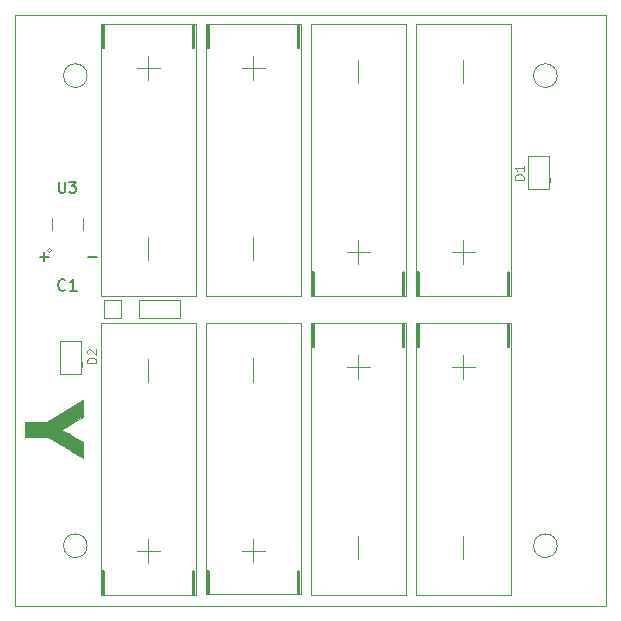
<source format=gbr>
%TF.GenerationSoftware,KiCad,Pcbnew,5.0.2-bee76a0~70~ubuntu18.04.1*%
%TF.CreationDate,2020-02-29T12:44:50-08:00*%
%TF.ProjectId,SolarCell+Y,536f6c61-7243-4656-9c6c-2b592e6b6963,rev?*%
%TF.SameCoordinates,Original*%
%TF.FileFunction,Legend,Top*%
%TF.FilePolarity,Positive*%
%FSLAX46Y46*%
G04 Gerber Fmt 4.6, Leading zero omitted, Abs format (unit mm)*
G04 Created by KiCad (PCBNEW 5.0.2-bee76a0~70~ubuntu18.04.1) date Sat 29 Feb 2020 12:44:50 PM PST*
%MOMM*%
%LPD*%
G01*
G04 APERTURE LIST*
%ADD10C,0.050000*%
%ADD11C,0.150000*%
%ADD12C,0.010000*%
%ADD13C,0.203200*%
%ADD14C,0.120000*%
%ADD15C,0.101600*%
%ADD16C,0.100000*%
%ADD17C,0.127000*%
G04 APERTURE END LIST*
D10*
X160500000Y-65600000D02*
X160500000Y-64100000D01*
X164000000Y-65600000D02*
X160500000Y-65600000D01*
X164000000Y-64100000D02*
X164000000Y-65600000D01*
X160500000Y-64100000D02*
X164000000Y-64100000D01*
X159000000Y-64100000D02*
X157500000Y-64100000D01*
X159000000Y-65650000D02*
X159000000Y-64100000D01*
X157500000Y-65650000D02*
X159000000Y-65650000D01*
X157500000Y-64100000D02*
X157500000Y-65650000D01*
D11*
X156133847Y-60447228D02*
X156895752Y-60447228D01*
X152069847Y-60447228D02*
X152831752Y-60447228D01*
X152450800Y-60828180D02*
X152450800Y-60066276D01*
D10*
X200000000Y-40000000D02*
X150000000Y-40000000D01*
X150000000Y-90000000D02*
X200000000Y-90000000D01*
X150000000Y-40000000D02*
X150000000Y-90000000D01*
X195900000Y-45100000D02*
G75*
G03X195900000Y-45100000I-1000000J0D01*
G01*
X156100000Y-84900000D02*
G75*
G03X156100000Y-84900000I-1000000J0D01*
G01*
X156100000Y-45100000D02*
G75*
G03X156100000Y-45100000I-1000000J0D01*
G01*
X195900000Y-84900000D02*
G75*
G03X195900000Y-84900000I-1000000J0D01*
G01*
X200000000Y-90000000D02*
X200000000Y-40000000D01*
D12*
G36*
X155777964Y-74021950D02*
X154844944Y-74542650D01*
X154703177Y-74621839D01*
X154567960Y-74697513D01*
X154440913Y-74768754D01*
X154323656Y-74834647D01*
X154217811Y-74894278D01*
X154124997Y-74946732D01*
X154046836Y-74991092D01*
X153984947Y-75026443D01*
X153940951Y-75051871D01*
X153916470Y-75066459D01*
X153911788Y-75069700D01*
X153922677Y-75076558D01*
X153954290Y-75094556D01*
X154004988Y-75122797D01*
X154073127Y-75160385D01*
X154157067Y-75206421D01*
X154255166Y-75260008D01*
X154365783Y-75320249D01*
X154487277Y-75386247D01*
X154618006Y-75457104D01*
X154756328Y-75531924D01*
X154841752Y-75578057D01*
X155771850Y-76080065D01*
X155775133Y-76781382D01*
X155775640Y-76912199D01*
X155775914Y-77035084D01*
X155775962Y-77147749D01*
X155775793Y-77247905D01*
X155775417Y-77333265D01*
X155774842Y-77401541D01*
X155774076Y-77450444D01*
X155773130Y-77477687D01*
X155772439Y-77482700D01*
X155761044Y-77476272D01*
X155729138Y-77457489D01*
X155677968Y-77427097D01*
X155608783Y-77385844D01*
X155522829Y-77334478D01*
X155421355Y-77273747D01*
X155305608Y-77204398D01*
X155176835Y-77127179D01*
X155036285Y-77042839D01*
X154885205Y-76952124D01*
X154724843Y-76855782D01*
X154556445Y-76754562D01*
X154381261Y-76649210D01*
X154267882Y-76581000D01*
X152769301Y-75679300D01*
X150876000Y-75679300D01*
X150876000Y-74409300D01*
X152711150Y-74409044D01*
X155778200Y-72569324D01*
X155777964Y-74021950D01*
X155777964Y-74021950D01*
G37*
X155777964Y-74021950D02*
X154844944Y-74542650D01*
X154703177Y-74621839D01*
X154567960Y-74697513D01*
X154440913Y-74768754D01*
X154323656Y-74834647D01*
X154217811Y-74894278D01*
X154124997Y-74946732D01*
X154046836Y-74991092D01*
X153984947Y-75026443D01*
X153940951Y-75051871D01*
X153916470Y-75066459D01*
X153911788Y-75069700D01*
X153922677Y-75076558D01*
X153954290Y-75094556D01*
X154004988Y-75122797D01*
X154073127Y-75160385D01*
X154157067Y-75206421D01*
X154255166Y-75260008D01*
X154365783Y-75320249D01*
X154487277Y-75386247D01*
X154618006Y-75457104D01*
X154756328Y-75531924D01*
X154841752Y-75578057D01*
X155771850Y-76080065D01*
X155775133Y-76781382D01*
X155775640Y-76912199D01*
X155775914Y-77035084D01*
X155775962Y-77147749D01*
X155775793Y-77247905D01*
X155775417Y-77333265D01*
X155774842Y-77401541D01*
X155774076Y-77450444D01*
X155773130Y-77477687D01*
X155772439Y-77482700D01*
X155761044Y-77476272D01*
X155729138Y-77457489D01*
X155677968Y-77427097D01*
X155608783Y-77385844D01*
X155522829Y-77334478D01*
X155421355Y-77273747D01*
X155305608Y-77204398D01*
X155176835Y-77127179D01*
X155036285Y-77042839D01*
X154885205Y-76952124D01*
X154724843Y-76855782D01*
X154556445Y-76754562D01*
X154381261Y-76649210D01*
X154267882Y-76581000D01*
X152769301Y-75679300D01*
X150876000Y-75679300D01*
X150876000Y-74409300D01*
X152711150Y-74409044D01*
X155778200Y-72569324D01*
X155777964Y-74021950D01*
D13*
X174080000Y-42738000D02*
X174080000Y-40838000D01*
X174080000Y-42738000D02*
X173980000Y-42738000D01*
X173980000Y-42738000D02*
X173980000Y-40838000D01*
X166380000Y-42738000D02*
X166280000Y-42738000D01*
X166280000Y-42738000D02*
X166280000Y-40838000D01*
X166380000Y-42738000D02*
X166380000Y-40838000D01*
D14*
X170180000Y-58738000D02*
X170180000Y-60738000D01*
X170180000Y-43438000D02*
X170180000Y-45438000D01*
X171180000Y-44438000D02*
X169180000Y-44438000D01*
X166180000Y-40738000D02*
X174180000Y-40738000D01*
X166180000Y-63738000D02*
X166180000Y-40738000D01*
X174180000Y-63738000D02*
X166180000Y-63738000D01*
X174180000Y-40738000D02*
X174180000Y-63738000D01*
D13*
X157390000Y-87056000D02*
X157390000Y-88956000D01*
X157390000Y-87056000D02*
X157490000Y-87056000D01*
X157490000Y-87056000D02*
X157490000Y-88956000D01*
X165090000Y-87056000D02*
X165190000Y-87056000D01*
X165190000Y-87056000D02*
X165190000Y-88956000D01*
X165090000Y-87056000D02*
X165090000Y-88956000D01*
D14*
X161290000Y-71056000D02*
X161290000Y-69056000D01*
X161290000Y-86356000D02*
X161290000Y-84356000D01*
X160290000Y-85356000D02*
X162290000Y-85356000D01*
X165290000Y-89056000D02*
X157290000Y-89056000D01*
X165290000Y-66056000D02*
X165290000Y-89056000D01*
X157290000Y-66056000D02*
X165290000Y-66056000D01*
X157290000Y-89056000D02*
X157290000Y-66056000D01*
D13*
X166280000Y-87011000D02*
X166280000Y-88911000D01*
X166280000Y-87011000D02*
X166380000Y-87011000D01*
X166380000Y-87011000D02*
X166380000Y-88911000D01*
X173980000Y-87011000D02*
X174080000Y-87011000D01*
X174080000Y-87011000D02*
X174080000Y-88911000D01*
X173980000Y-87011000D02*
X173980000Y-88911000D01*
D14*
X170180000Y-71011000D02*
X170180000Y-69011000D01*
X170180000Y-86311000D02*
X170180000Y-84311000D01*
X169180000Y-85311000D02*
X171180000Y-85311000D01*
X174180000Y-89011000D02*
X166180000Y-89011000D01*
X174180000Y-66011000D02*
X174180000Y-89011000D01*
X166180000Y-66011000D02*
X174180000Y-66011000D01*
X166180000Y-89011000D02*
X166180000Y-66011000D01*
D13*
X175170000Y-61738000D02*
X175170000Y-63638000D01*
X175170000Y-61738000D02*
X175270000Y-61738000D01*
X175270000Y-61738000D02*
X175270000Y-63638000D01*
X182870000Y-61738000D02*
X182970000Y-61738000D01*
X182970000Y-61738000D02*
X182970000Y-63638000D01*
X182870000Y-61738000D02*
X182870000Y-63638000D01*
D14*
X179070000Y-45738000D02*
X179070000Y-43738000D01*
X179070000Y-61038000D02*
X179070000Y-59038000D01*
X178070000Y-60038000D02*
X180070000Y-60038000D01*
X183070000Y-63738000D02*
X175070000Y-63738000D01*
X183070000Y-40738000D02*
X183070000Y-63738000D01*
X175070000Y-40738000D02*
X183070000Y-40738000D01*
X175070000Y-63738000D02*
X175070000Y-40738000D01*
D13*
X184060000Y-61738000D02*
X184060000Y-63638000D01*
X184060000Y-61738000D02*
X184160000Y-61738000D01*
X184160000Y-61738000D02*
X184160000Y-63638000D01*
X191760000Y-61738000D02*
X191860000Y-61738000D01*
X191860000Y-61738000D02*
X191860000Y-63638000D01*
X191760000Y-61738000D02*
X191760000Y-63638000D01*
D14*
X187960000Y-45738000D02*
X187960000Y-43738000D01*
X187960000Y-61038000D02*
X187960000Y-59038000D01*
X186960000Y-60038000D02*
X188960000Y-60038000D01*
X191960000Y-63738000D02*
X183960000Y-63738000D01*
X191960000Y-40738000D02*
X191960000Y-63738000D01*
X183960000Y-40738000D02*
X191960000Y-40738000D01*
X183960000Y-63738000D02*
X183960000Y-40738000D01*
D13*
X182970000Y-68056000D02*
X182970000Y-66156000D01*
X182970000Y-68056000D02*
X182870000Y-68056000D01*
X182870000Y-68056000D02*
X182870000Y-66156000D01*
X175270000Y-68056000D02*
X175170000Y-68056000D01*
X175170000Y-68056000D02*
X175170000Y-66156000D01*
X175270000Y-68056000D02*
X175270000Y-66156000D01*
D14*
X179070000Y-84056000D02*
X179070000Y-86056000D01*
X179070000Y-68756000D02*
X179070000Y-70756000D01*
X180070000Y-69756000D02*
X178070000Y-69756000D01*
X175070000Y-66056000D02*
X183070000Y-66056000D01*
X175070000Y-89056000D02*
X175070000Y-66056000D01*
X183070000Y-89056000D02*
X175070000Y-89056000D01*
X183070000Y-66056000D02*
X183070000Y-89056000D01*
D13*
X191860000Y-68056000D02*
X191860000Y-66156000D01*
X191860000Y-68056000D02*
X191760000Y-68056000D01*
X191760000Y-68056000D02*
X191760000Y-66156000D01*
X184160000Y-68056000D02*
X184060000Y-68056000D01*
X184060000Y-68056000D02*
X184060000Y-66156000D01*
X184160000Y-68056000D02*
X184160000Y-66156000D01*
D14*
X187960000Y-84056000D02*
X187960000Y-86056000D01*
X187960000Y-68756000D02*
X187960000Y-70756000D01*
X188960000Y-69756000D02*
X186960000Y-69756000D01*
X183960000Y-66056000D02*
X191960000Y-66056000D01*
X183960000Y-89056000D02*
X183960000Y-66056000D01*
X191960000Y-89056000D02*
X183960000Y-89056000D01*
X191960000Y-66056000D02*
X191960000Y-89056000D01*
X155686000Y-69761000D02*
X155686000Y-69361000D01*
X153786000Y-70361000D02*
X153786000Y-67561000D01*
X155586000Y-70361000D02*
X153786000Y-70361000D01*
X155586000Y-67561000D02*
X155586000Y-70361000D01*
X153786000Y-67561000D02*
X155586000Y-67561000D01*
D13*
X165190000Y-42738000D02*
X165190000Y-40838000D01*
X165190000Y-42738000D02*
X165090000Y-42738000D01*
X165090000Y-42738000D02*
X165090000Y-40838000D01*
X157490000Y-42738000D02*
X157390000Y-42738000D01*
X157390000Y-42738000D02*
X157390000Y-40838000D01*
X157490000Y-42738000D02*
X157490000Y-40838000D01*
D14*
X161290000Y-58738000D02*
X161290000Y-60738000D01*
X161290000Y-43438000D02*
X161290000Y-45438000D01*
X162290000Y-44438000D02*
X160290000Y-44438000D01*
X157290000Y-40738000D02*
X165290000Y-40738000D01*
X157290000Y-63738000D02*
X157290000Y-40738000D01*
X165290000Y-63738000D02*
X157290000Y-63738000D01*
X165290000Y-40738000D02*
X165290000Y-63738000D01*
D15*
X152932000Y-59958000D02*
G75*
G02X152932000Y-59858000I0J50000D01*
G01*
X152932000Y-59858000D02*
G75*
G02X152932000Y-59958000I0J-50000D01*
G01*
D16*
X152932000Y-60058000D02*
G75*
G02X152932000Y-59758000I0J150000D01*
G01*
X152932000Y-59758000D02*
G75*
G02X152932000Y-60058000I0J-150000D01*
G01*
X155732000Y-58158000D02*
X155739000Y-57158000D01*
X153132000Y-58158000D02*
X153129000Y-57158000D01*
D14*
X195310000Y-54140000D02*
X195310000Y-53740000D01*
X193410000Y-54740000D02*
X193410000Y-51940000D01*
X195210000Y-54740000D02*
X193410000Y-54740000D01*
X195210000Y-51940000D02*
X195210000Y-54740000D01*
X193410000Y-51940000D02*
X195210000Y-51940000D01*
D15*
X156859514Y-69421828D02*
X156097514Y-69421828D01*
X156097514Y-69240400D01*
X156133800Y-69131542D01*
X156206371Y-69058971D01*
X156278942Y-69022685D01*
X156424085Y-68986400D01*
X156532942Y-68986400D01*
X156678085Y-69022685D01*
X156750657Y-69058971D01*
X156823228Y-69131542D01*
X156859514Y-69240400D01*
X156859514Y-69421828D01*
X156170085Y-68696114D02*
X156133800Y-68659828D01*
X156097514Y-68587257D01*
X156097514Y-68405828D01*
X156133800Y-68333257D01*
X156170085Y-68296971D01*
X156242657Y-68260685D01*
X156315228Y-68260685D01*
X156424085Y-68296971D01*
X156859514Y-68732400D01*
X156859514Y-68260685D01*
D17*
X153754666Y-54123166D02*
X153754666Y-54842833D01*
X153797000Y-54927500D01*
X153839333Y-54969833D01*
X153924000Y-55012166D01*
X154093333Y-55012166D01*
X154178000Y-54969833D01*
X154220333Y-54927500D01*
X154262666Y-54842833D01*
X154262666Y-54123166D01*
X154601333Y-54123166D02*
X155151666Y-54123166D01*
X154855333Y-54461833D01*
X154982333Y-54461833D01*
X155067000Y-54504166D01*
X155109333Y-54546500D01*
X155151666Y-54631166D01*
X155151666Y-54842833D01*
X155109333Y-54927500D01*
X155067000Y-54969833D01*
X154982333Y-55012166D01*
X154728333Y-55012166D01*
X154643666Y-54969833D01*
X154601333Y-54927500D01*
D11*
X154265333Y-63222142D02*
X154217714Y-63269761D01*
X154074857Y-63317380D01*
X153979619Y-63317380D01*
X153836761Y-63269761D01*
X153741523Y-63174523D01*
X153693904Y-63079285D01*
X153646285Y-62888809D01*
X153646285Y-62745952D01*
X153693904Y-62555476D01*
X153741523Y-62460238D01*
X153836761Y-62365000D01*
X153979619Y-62317380D01*
X154074857Y-62317380D01*
X154217714Y-62365000D01*
X154265333Y-62412619D01*
X155217714Y-63317380D02*
X154646285Y-63317380D01*
X154932000Y-63317380D02*
X154932000Y-62317380D01*
X154836761Y-62460238D01*
X154741523Y-62555476D01*
X154646285Y-62603095D01*
D15*
X193067214Y-53902428D02*
X192305214Y-53902428D01*
X192305214Y-53721000D01*
X192341500Y-53612142D01*
X192414071Y-53539571D01*
X192486642Y-53503285D01*
X192631785Y-53467000D01*
X192740642Y-53467000D01*
X192885785Y-53503285D01*
X192958357Y-53539571D01*
X193030928Y-53612142D01*
X193067214Y-53721000D01*
X193067214Y-53902428D01*
X193067214Y-52741285D02*
X193067214Y-53176714D01*
X193067214Y-52959000D02*
X192305214Y-52959000D01*
X192414071Y-53031571D01*
X192486642Y-53104142D01*
X192522928Y-53176714D01*
M02*

</source>
